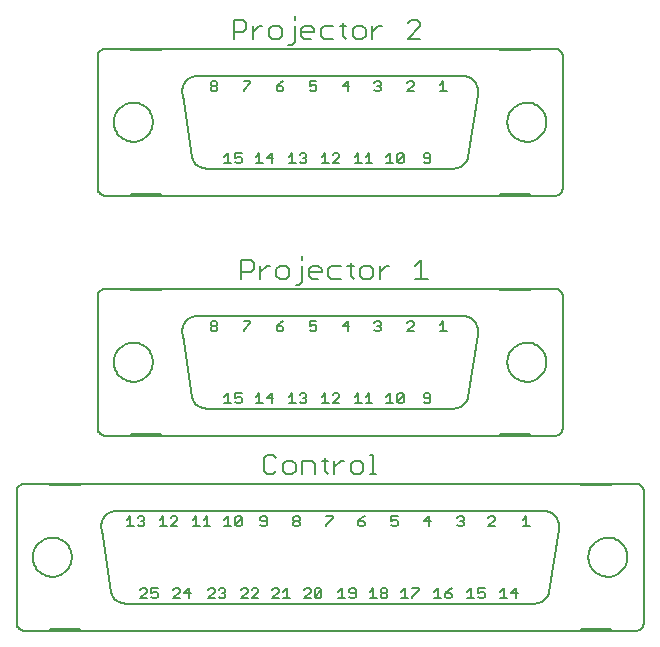
<source format=gto>
G75*
G70*
%OFA0B0*%
%FSLAX24Y24*%
%IPPOS*%
%LPD*%
%AMOC8*
5,1,8,0,0,1.08239X$1,22.5*
%
%ADD10C,0.0060*%
%ADD11C,0.0050*%
D10*
X002317Y005820D02*
X003167Y005820D01*
X004167Y005820D01*
X020867Y005820D01*
X021867Y005820D01*
X022717Y005820D01*
X022747Y005822D01*
X022777Y005827D01*
X022806Y005836D01*
X022833Y005849D01*
X022859Y005864D01*
X022883Y005883D01*
X022904Y005904D01*
X022923Y005928D01*
X022938Y005954D01*
X022951Y005981D01*
X022960Y006010D01*
X022965Y006040D01*
X022967Y006070D01*
X022967Y010470D01*
X022965Y010500D01*
X022960Y010530D01*
X022951Y010559D01*
X022938Y010586D01*
X022923Y010612D01*
X022904Y010636D01*
X022883Y010657D01*
X022859Y010676D01*
X022833Y010691D01*
X022806Y010704D01*
X022777Y010713D01*
X022747Y010718D01*
X022717Y010720D01*
X021867Y010720D01*
X020867Y010720D01*
X004167Y010720D01*
X003167Y010720D01*
X002317Y010720D01*
X002287Y010718D01*
X002257Y010713D01*
X002228Y010704D01*
X002201Y010691D01*
X002175Y010676D01*
X002151Y010657D01*
X002130Y010636D01*
X002111Y010612D01*
X002096Y010586D01*
X002083Y010559D01*
X002074Y010530D01*
X002069Y010500D01*
X002067Y010470D01*
X002067Y006070D01*
X002069Y006040D01*
X002074Y006010D01*
X002083Y005981D01*
X002096Y005954D01*
X002111Y005928D01*
X002130Y005904D01*
X002151Y005883D01*
X002175Y005864D01*
X002201Y005849D01*
X002228Y005836D01*
X002257Y005827D01*
X002287Y005822D01*
X002317Y005820D01*
X003167Y005820D02*
X003167Y005870D01*
X004167Y005870D01*
X004167Y005820D01*
X005207Y007110D02*
X004897Y009190D01*
X004897Y009186D02*
X004890Y009230D01*
X004887Y009275D01*
X004888Y009319D01*
X004892Y009364D01*
X004900Y009408D01*
X004912Y009451D01*
X004927Y009492D01*
X004946Y009533D01*
X004968Y009572D01*
X004993Y009608D01*
X005022Y009643D01*
X005053Y009675D01*
X005086Y009704D01*
X005122Y009731D01*
X005160Y009754D01*
X005200Y009774D01*
X005242Y009790D01*
X005285Y009803D01*
X005328Y009813D01*
X005372Y009818D01*
X005417Y009820D01*
X019617Y009820D01*
X019662Y009818D01*
X019707Y009812D01*
X019751Y009803D01*
X019794Y009790D01*
X019836Y009773D01*
X019876Y009753D01*
X019914Y009729D01*
X019950Y009702D01*
X019984Y009672D01*
X020015Y009640D01*
X020044Y009605D01*
X020069Y009567D01*
X020091Y009528D01*
X020109Y009487D01*
X020124Y009444D01*
X020135Y009401D01*
X020143Y009356D01*
X020147Y009311D01*
X020146Y009266D01*
X020143Y009221D01*
X020135Y009177D01*
X020137Y009180D02*
X019827Y007120D01*
X019832Y007126D02*
X019820Y007084D01*
X019805Y007042D01*
X019786Y007002D01*
X019763Y006964D01*
X019738Y006928D01*
X019710Y006894D01*
X019679Y006863D01*
X019645Y006834D01*
X019609Y006808D01*
X019571Y006785D01*
X019532Y006766D01*
X019491Y006749D01*
X019448Y006737D01*
X019405Y006727D01*
X019361Y006722D01*
X019317Y006720D01*
X005717Y006720D01*
X005673Y006722D01*
X005630Y006727D01*
X005588Y006736D01*
X005546Y006748D01*
X005505Y006764D01*
X005466Y006783D01*
X005428Y006806D01*
X005393Y006831D01*
X005359Y006859D01*
X005328Y006890D01*
X005300Y006923D01*
X005275Y006958D01*
X005252Y006995D01*
X005233Y007034D01*
X005217Y007075D01*
X005204Y007117D01*
X002607Y008270D02*
X002609Y008320D01*
X002615Y008370D01*
X002625Y008420D01*
X002638Y008468D01*
X002655Y008516D01*
X002676Y008562D01*
X002700Y008606D01*
X002728Y008648D01*
X002759Y008688D01*
X002793Y008725D01*
X002830Y008760D01*
X002869Y008791D01*
X002910Y008820D01*
X002954Y008845D01*
X003000Y008867D01*
X003047Y008885D01*
X003095Y008899D01*
X003144Y008910D01*
X003194Y008917D01*
X003244Y008920D01*
X003295Y008919D01*
X003345Y008914D01*
X003395Y008905D01*
X003443Y008893D01*
X003491Y008876D01*
X003537Y008856D01*
X003582Y008833D01*
X003625Y008806D01*
X003665Y008776D01*
X003703Y008743D01*
X003738Y008707D01*
X003771Y008668D01*
X003800Y008627D01*
X003826Y008584D01*
X003849Y008539D01*
X003868Y008492D01*
X003883Y008444D01*
X003895Y008395D01*
X003903Y008345D01*
X003907Y008295D01*
X003907Y008245D01*
X003903Y008195D01*
X003895Y008145D01*
X003883Y008096D01*
X003868Y008048D01*
X003849Y008001D01*
X003826Y007956D01*
X003800Y007913D01*
X003771Y007872D01*
X003738Y007833D01*
X003703Y007797D01*
X003665Y007764D01*
X003625Y007734D01*
X003582Y007707D01*
X003537Y007684D01*
X003491Y007664D01*
X003443Y007647D01*
X003395Y007635D01*
X003345Y007626D01*
X003295Y007621D01*
X003244Y007620D01*
X003194Y007623D01*
X003144Y007630D01*
X003095Y007641D01*
X003047Y007655D01*
X003000Y007673D01*
X002954Y007695D01*
X002910Y007720D01*
X002869Y007749D01*
X002830Y007780D01*
X002793Y007815D01*
X002759Y007852D01*
X002728Y007892D01*
X002700Y007934D01*
X002676Y007978D01*
X002655Y008024D01*
X002638Y008072D01*
X002625Y008120D01*
X002615Y008170D01*
X002609Y008220D01*
X002607Y008270D01*
X003167Y010670D02*
X004167Y010670D01*
X004167Y010720D01*
X003167Y010720D02*
X003167Y010670D01*
X004767Y012570D02*
X004767Y016970D01*
X004769Y017000D01*
X004774Y017030D01*
X004783Y017059D01*
X004796Y017086D01*
X004811Y017112D01*
X004830Y017136D01*
X004851Y017157D01*
X004875Y017176D01*
X004901Y017191D01*
X004928Y017204D01*
X004957Y017213D01*
X004987Y017218D01*
X005017Y017220D01*
X005867Y017220D01*
X006867Y017220D01*
X006867Y017170D01*
X005867Y017170D01*
X005867Y017220D01*
X006867Y017220D02*
X018167Y017220D01*
X019167Y017220D01*
X019167Y017170D01*
X018167Y017170D01*
X018167Y017220D01*
X019167Y017220D02*
X020017Y017220D01*
X020047Y017218D01*
X020077Y017213D01*
X020106Y017204D01*
X020133Y017191D01*
X020159Y017176D01*
X020183Y017157D01*
X020204Y017136D01*
X020223Y017112D01*
X020238Y017086D01*
X020251Y017059D01*
X020260Y017030D01*
X020265Y017000D01*
X020267Y016970D01*
X020267Y012570D01*
X020265Y012540D01*
X020260Y012510D01*
X020251Y012481D01*
X020238Y012454D01*
X020223Y012428D01*
X020204Y012404D01*
X020183Y012383D01*
X020159Y012364D01*
X020133Y012349D01*
X020106Y012336D01*
X020077Y012327D01*
X020047Y012322D01*
X020017Y012320D01*
X019167Y012320D01*
X019167Y012370D01*
X018167Y012370D01*
X018167Y012320D01*
X019167Y012320D01*
X018167Y012320D02*
X006867Y012320D01*
X006867Y012370D01*
X005867Y012370D01*
X005867Y012320D01*
X005017Y012320D01*
X004987Y012322D01*
X004957Y012327D01*
X004928Y012336D01*
X004901Y012349D01*
X004875Y012364D01*
X004851Y012383D01*
X004830Y012404D01*
X004811Y012428D01*
X004796Y012454D01*
X004783Y012481D01*
X004774Y012510D01*
X004769Y012540D01*
X004767Y012570D01*
X005867Y012320D02*
X006867Y012320D01*
X007907Y013610D02*
X007597Y015690D01*
X007597Y015686D02*
X007590Y015730D01*
X007587Y015775D01*
X007588Y015819D01*
X007592Y015864D01*
X007600Y015908D01*
X007612Y015951D01*
X007627Y015992D01*
X007646Y016033D01*
X007668Y016072D01*
X007693Y016108D01*
X007722Y016143D01*
X007753Y016175D01*
X007786Y016204D01*
X007822Y016231D01*
X007860Y016254D01*
X007900Y016274D01*
X007942Y016290D01*
X007985Y016303D01*
X008028Y016313D01*
X008072Y016318D01*
X008117Y016320D01*
X016917Y016320D01*
X016962Y016318D01*
X017007Y016312D01*
X017051Y016303D01*
X017094Y016290D01*
X017136Y016273D01*
X017176Y016253D01*
X017214Y016229D01*
X017250Y016202D01*
X017284Y016172D01*
X017315Y016140D01*
X017344Y016105D01*
X017369Y016067D01*
X017391Y016028D01*
X017409Y015987D01*
X017424Y015944D01*
X017435Y015901D01*
X017443Y015856D01*
X017447Y015811D01*
X017446Y015766D01*
X017443Y015721D01*
X017435Y015677D01*
X017437Y015680D02*
X017127Y013620D01*
X017132Y013626D02*
X017120Y013584D01*
X017105Y013542D01*
X017086Y013502D01*
X017063Y013464D01*
X017038Y013428D01*
X017010Y013394D01*
X016979Y013363D01*
X016945Y013334D01*
X016909Y013308D01*
X016871Y013285D01*
X016832Y013266D01*
X016791Y013249D01*
X016748Y013237D01*
X016705Y013227D01*
X016661Y013222D01*
X016617Y013220D01*
X008417Y013220D01*
X008373Y013222D01*
X008330Y013227D01*
X008288Y013236D01*
X008246Y013248D01*
X008205Y013264D01*
X008166Y013283D01*
X008128Y013306D01*
X008093Y013331D01*
X008059Y013359D01*
X008028Y013390D01*
X008000Y013423D01*
X007975Y013458D01*
X007952Y013495D01*
X007933Y013534D01*
X007917Y013575D01*
X007904Y013617D01*
X005307Y014770D02*
X005309Y014820D01*
X005315Y014870D01*
X005325Y014920D01*
X005338Y014968D01*
X005355Y015016D01*
X005376Y015062D01*
X005400Y015106D01*
X005428Y015148D01*
X005459Y015188D01*
X005493Y015225D01*
X005530Y015260D01*
X005569Y015291D01*
X005610Y015320D01*
X005654Y015345D01*
X005700Y015367D01*
X005747Y015385D01*
X005795Y015399D01*
X005844Y015410D01*
X005894Y015417D01*
X005944Y015420D01*
X005995Y015419D01*
X006045Y015414D01*
X006095Y015405D01*
X006143Y015393D01*
X006191Y015376D01*
X006237Y015356D01*
X006282Y015333D01*
X006325Y015306D01*
X006365Y015276D01*
X006403Y015243D01*
X006438Y015207D01*
X006471Y015168D01*
X006500Y015127D01*
X006526Y015084D01*
X006549Y015039D01*
X006568Y014992D01*
X006583Y014944D01*
X006595Y014895D01*
X006603Y014845D01*
X006607Y014795D01*
X006607Y014745D01*
X006603Y014695D01*
X006595Y014645D01*
X006583Y014596D01*
X006568Y014548D01*
X006549Y014501D01*
X006526Y014456D01*
X006500Y014413D01*
X006471Y014372D01*
X006438Y014333D01*
X006403Y014297D01*
X006365Y014264D01*
X006325Y014234D01*
X006282Y014207D01*
X006237Y014184D01*
X006191Y014164D01*
X006143Y014147D01*
X006095Y014135D01*
X006045Y014126D01*
X005995Y014121D01*
X005944Y014120D01*
X005894Y014123D01*
X005844Y014130D01*
X005795Y014141D01*
X005747Y014155D01*
X005700Y014173D01*
X005654Y014195D01*
X005610Y014220D01*
X005569Y014249D01*
X005530Y014280D01*
X005493Y014315D01*
X005459Y014352D01*
X005428Y014392D01*
X005400Y014434D01*
X005376Y014478D01*
X005355Y014524D01*
X005338Y014572D01*
X005325Y014620D01*
X005315Y014670D01*
X005309Y014720D01*
X005307Y014770D01*
X005017Y020320D02*
X005867Y020320D01*
X006867Y020320D01*
X018167Y020320D01*
X019167Y020320D01*
X020017Y020320D01*
X020047Y020322D01*
X020077Y020327D01*
X020106Y020336D01*
X020133Y020349D01*
X020159Y020364D01*
X020183Y020383D01*
X020204Y020404D01*
X020223Y020428D01*
X020238Y020454D01*
X020251Y020481D01*
X020260Y020510D01*
X020265Y020540D01*
X020267Y020570D01*
X020267Y024970D01*
X020265Y025000D01*
X020260Y025030D01*
X020251Y025059D01*
X020238Y025086D01*
X020223Y025112D01*
X020204Y025136D01*
X020183Y025157D01*
X020159Y025176D01*
X020133Y025191D01*
X020106Y025204D01*
X020077Y025213D01*
X020047Y025218D01*
X020017Y025220D01*
X019167Y025220D01*
X018167Y025220D01*
X006867Y025220D01*
X005867Y025220D01*
X005017Y025220D01*
X004987Y025218D01*
X004957Y025213D01*
X004928Y025204D01*
X004901Y025191D01*
X004875Y025176D01*
X004851Y025157D01*
X004830Y025136D01*
X004811Y025112D01*
X004796Y025086D01*
X004783Y025059D01*
X004774Y025030D01*
X004769Y025000D01*
X004767Y024970D01*
X004767Y020570D01*
X004769Y020540D01*
X004774Y020510D01*
X004783Y020481D01*
X004796Y020454D01*
X004811Y020428D01*
X004830Y020404D01*
X004851Y020383D01*
X004875Y020364D01*
X004901Y020349D01*
X004928Y020336D01*
X004957Y020327D01*
X004987Y020322D01*
X005017Y020320D01*
X005867Y020320D02*
X005867Y020370D01*
X006867Y020370D01*
X006867Y020320D01*
X007907Y021610D02*
X007597Y023690D01*
X007597Y023686D02*
X007590Y023730D01*
X007587Y023775D01*
X007588Y023819D01*
X007592Y023864D01*
X007600Y023908D01*
X007612Y023951D01*
X007627Y023992D01*
X007646Y024033D01*
X007668Y024072D01*
X007693Y024108D01*
X007722Y024143D01*
X007753Y024175D01*
X007786Y024204D01*
X007822Y024231D01*
X007860Y024254D01*
X007900Y024274D01*
X007942Y024290D01*
X007985Y024303D01*
X008028Y024313D01*
X008072Y024318D01*
X008117Y024320D01*
X016917Y024320D01*
X016962Y024318D01*
X017007Y024312D01*
X017051Y024303D01*
X017094Y024290D01*
X017136Y024273D01*
X017176Y024253D01*
X017214Y024229D01*
X017250Y024202D01*
X017284Y024172D01*
X017315Y024140D01*
X017344Y024105D01*
X017369Y024067D01*
X017391Y024028D01*
X017409Y023987D01*
X017424Y023944D01*
X017435Y023901D01*
X017443Y023856D01*
X017447Y023811D01*
X017446Y023766D01*
X017443Y023721D01*
X017435Y023677D01*
X017437Y023680D02*
X017127Y021620D01*
X017132Y021626D02*
X017120Y021584D01*
X017105Y021542D01*
X017086Y021502D01*
X017063Y021464D01*
X017038Y021428D01*
X017010Y021394D01*
X016979Y021363D01*
X016945Y021334D01*
X016909Y021308D01*
X016871Y021285D01*
X016832Y021266D01*
X016791Y021249D01*
X016748Y021237D01*
X016705Y021227D01*
X016661Y021222D01*
X016617Y021220D01*
X008417Y021220D01*
X008373Y021222D01*
X008330Y021227D01*
X008288Y021236D01*
X008246Y021248D01*
X008205Y021264D01*
X008166Y021283D01*
X008128Y021306D01*
X008093Y021331D01*
X008059Y021359D01*
X008028Y021390D01*
X008000Y021423D01*
X007975Y021458D01*
X007952Y021495D01*
X007933Y021534D01*
X007917Y021575D01*
X007904Y021617D01*
X005307Y022770D02*
X005309Y022820D01*
X005315Y022870D01*
X005325Y022920D01*
X005338Y022968D01*
X005355Y023016D01*
X005376Y023062D01*
X005400Y023106D01*
X005428Y023148D01*
X005459Y023188D01*
X005493Y023225D01*
X005530Y023260D01*
X005569Y023291D01*
X005610Y023320D01*
X005654Y023345D01*
X005700Y023367D01*
X005747Y023385D01*
X005795Y023399D01*
X005844Y023410D01*
X005894Y023417D01*
X005944Y023420D01*
X005995Y023419D01*
X006045Y023414D01*
X006095Y023405D01*
X006143Y023393D01*
X006191Y023376D01*
X006237Y023356D01*
X006282Y023333D01*
X006325Y023306D01*
X006365Y023276D01*
X006403Y023243D01*
X006438Y023207D01*
X006471Y023168D01*
X006500Y023127D01*
X006526Y023084D01*
X006549Y023039D01*
X006568Y022992D01*
X006583Y022944D01*
X006595Y022895D01*
X006603Y022845D01*
X006607Y022795D01*
X006607Y022745D01*
X006603Y022695D01*
X006595Y022645D01*
X006583Y022596D01*
X006568Y022548D01*
X006549Y022501D01*
X006526Y022456D01*
X006500Y022413D01*
X006471Y022372D01*
X006438Y022333D01*
X006403Y022297D01*
X006365Y022264D01*
X006325Y022234D01*
X006282Y022207D01*
X006237Y022184D01*
X006191Y022164D01*
X006143Y022147D01*
X006095Y022135D01*
X006045Y022126D01*
X005995Y022121D01*
X005944Y022120D01*
X005894Y022123D01*
X005844Y022130D01*
X005795Y022141D01*
X005747Y022155D01*
X005700Y022173D01*
X005654Y022195D01*
X005610Y022220D01*
X005569Y022249D01*
X005530Y022280D01*
X005493Y022315D01*
X005459Y022352D01*
X005428Y022392D01*
X005400Y022434D01*
X005376Y022478D01*
X005355Y022524D01*
X005338Y022572D01*
X005325Y022620D01*
X005315Y022670D01*
X005309Y022720D01*
X005307Y022770D01*
X005867Y025170D02*
X006867Y025170D01*
X006867Y025220D01*
X005867Y025220D02*
X005867Y025170D01*
X009297Y025550D02*
X009297Y026191D01*
X009617Y026191D01*
X009724Y026084D01*
X009724Y025870D01*
X009617Y025764D01*
X009297Y025764D01*
X009941Y025764D02*
X010155Y025977D01*
X010261Y025977D01*
X010478Y025870D02*
X010478Y025657D01*
X010585Y025550D01*
X010799Y025550D01*
X010905Y025657D01*
X010905Y025870D01*
X010799Y025977D01*
X010585Y025977D01*
X010478Y025870D01*
X009941Y025977D02*
X009941Y025550D01*
X011123Y025336D02*
X011230Y025336D01*
X011336Y025443D01*
X011336Y025977D01*
X011336Y026191D02*
X011336Y026297D01*
X011659Y025977D02*
X011873Y025977D01*
X011980Y025870D01*
X011980Y025764D01*
X011553Y025764D01*
X011553Y025870D02*
X011659Y025977D01*
X011553Y025870D02*
X011553Y025657D01*
X011659Y025550D01*
X011873Y025550D01*
X012197Y025657D02*
X012304Y025550D01*
X012624Y025550D01*
X012948Y025657D02*
X012948Y026084D01*
X012842Y025977D02*
X013055Y025977D01*
X013271Y025870D02*
X013271Y025657D01*
X013378Y025550D01*
X013592Y025550D01*
X013698Y025657D01*
X013698Y025870D01*
X013592Y025977D01*
X013378Y025977D01*
X013271Y025870D01*
X012948Y025657D02*
X013055Y025550D01*
X012624Y025977D02*
X012304Y025977D01*
X012197Y025870D01*
X012197Y025657D01*
X013916Y025764D02*
X014129Y025977D01*
X014236Y025977D01*
X013916Y025977D02*
X013916Y025550D01*
X015098Y025550D02*
X015525Y025977D01*
X015525Y026084D01*
X015418Y026191D01*
X015204Y026191D01*
X015098Y026084D01*
X015098Y025550D02*
X015525Y025550D01*
X018167Y025220D02*
X018167Y025170D01*
X019167Y025170D01*
X019167Y025220D01*
X018427Y022770D02*
X018429Y022820D01*
X018435Y022870D01*
X018445Y022920D01*
X018458Y022968D01*
X018475Y023016D01*
X018496Y023062D01*
X018520Y023106D01*
X018548Y023148D01*
X018579Y023188D01*
X018613Y023225D01*
X018650Y023260D01*
X018689Y023291D01*
X018730Y023320D01*
X018774Y023345D01*
X018820Y023367D01*
X018867Y023385D01*
X018915Y023399D01*
X018964Y023410D01*
X019014Y023417D01*
X019064Y023420D01*
X019115Y023419D01*
X019165Y023414D01*
X019215Y023405D01*
X019263Y023393D01*
X019311Y023376D01*
X019357Y023356D01*
X019402Y023333D01*
X019445Y023306D01*
X019485Y023276D01*
X019523Y023243D01*
X019558Y023207D01*
X019591Y023168D01*
X019620Y023127D01*
X019646Y023084D01*
X019669Y023039D01*
X019688Y022992D01*
X019703Y022944D01*
X019715Y022895D01*
X019723Y022845D01*
X019727Y022795D01*
X019727Y022745D01*
X019723Y022695D01*
X019715Y022645D01*
X019703Y022596D01*
X019688Y022548D01*
X019669Y022501D01*
X019646Y022456D01*
X019620Y022413D01*
X019591Y022372D01*
X019558Y022333D01*
X019523Y022297D01*
X019485Y022264D01*
X019445Y022234D01*
X019402Y022207D01*
X019357Y022184D01*
X019311Y022164D01*
X019263Y022147D01*
X019215Y022135D01*
X019165Y022126D01*
X019115Y022121D01*
X019064Y022120D01*
X019014Y022123D01*
X018964Y022130D01*
X018915Y022141D01*
X018867Y022155D01*
X018820Y022173D01*
X018774Y022195D01*
X018730Y022220D01*
X018689Y022249D01*
X018650Y022280D01*
X018613Y022315D01*
X018579Y022352D01*
X018548Y022392D01*
X018520Y022434D01*
X018496Y022478D01*
X018475Y022524D01*
X018458Y022572D01*
X018445Y022620D01*
X018435Y022670D01*
X018429Y022720D01*
X018427Y022770D01*
X018167Y020370D02*
X019167Y020370D01*
X019167Y020320D01*
X018167Y020320D02*
X018167Y020370D01*
X015775Y017550D02*
X015348Y017550D01*
X015561Y017550D02*
X015561Y018191D01*
X015348Y017977D01*
X014486Y017977D02*
X014379Y017977D01*
X014166Y017764D01*
X014166Y017977D02*
X014166Y017550D01*
X013948Y017657D02*
X013948Y017870D01*
X013842Y017977D01*
X013628Y017977D01*
X013521Y017870D01*
X013521Y017657D01*
X013628Y017550D01*
X013842Y017550D01*
X013948Y017657D01*
X013305Y017550D02*
X013198Y017657D01*
X013198Y018084D01*
X013092Y017977D02*
X013305Y017977D01*
X012874Y017977D02*
X012554Y017977D01*
X012447Y017870D01*
X012447Y017657D01*
X012554Y017550D01*
X012874Y017550D01*
X012230Y017764D02*
X011803Y017764D01*
X011803Y017870D02*
X011909Y017977D01*
X012123Y017977D01*
X012230Y017870D01*
X012230Y017764D01*
X012123Y017550D02*
X011909Y017550D01*
X011803Y017657D01*
X011803Y017870D01*
X011586Y017977D02*
X011586Y017443D01*
X011480Y017336D01*
X011373Y017336D01*
X011155Y017657D02*
X011155Y017870D01*
X011049Y017977D01*
X010835Y017977D01*
X010728Y017870D01*
X010728Y017657D01*
X010835Y017550D01*
X011049Y017550D01*
X011155Y017657D01*
X011586Y018191D02*
X011586Y018297D01*
X010511Y017977D02*
X010405Y017977D01*
X010191Y017764D01*
X010191Y017977D02*
X010191Y017550D01*
X009974Y017870D02*
X009867Y017764D01*
X009547Y017764D01*
X009547Y017550D02*
X009547Y018191D01*
X009867Y018191D01*
X009974Y018084D01*
X009974Y017870D01*
X010403Y011691D02*
X010297Y011584D01*
X010297Y011157D01*
X010403Y011050D01*
X010617Y011050D01*
X010724Y011157D01*
X010941Y011157D02*
X010941Y011370D01*
X011048Y011477D01*
X011261Y011477D01*
X011368Y011370D01*
X011368Y011157D01*
X011261Y011050D01*
X011048Y011050D01*
X010941Y011157D01*
X010724Y011584D02*
X010617Y011691D01*
X010403Y011691D01*
X011586Y011477D02*
X011586Y011050D01*
X011586Y011477D02*
X011906Y011477D01*
X012013Y011370D01*
X012013Y011050D01*
X012337Y011157D02*
X012337Y011584D01*
X012230Y011477D02*
X012444Y011477D01*
X012660Y011477D02*
X012660Y011050D01*
X012660Y011264D02*
X012874Y011477D01*
X012980Y011477D01*
X013197Y011370D02*
X013197Y011157D01*
X013304Y011050D01*
X013517Y011050D01*
X013624Y011157D01*
X013624Y011370D01*
X013517Y011477D01*
X013304Y011477D01*
X013197Y011370D01*
X013842Y011050D02*
X014055Y011050D01*
X013948Y011050D02*
X013948Y011691D01*
X013842Y011691D01*
X012444Y011050D02*
X012337Y011157D01*
X018427Y014770D02*
X018429Y014820D01*
X018435Y014870D01*
X018445Y014920D01*
X018458Y014968D01*
X018475Y015016D01*
X018496Y015062D01*
X018520Y015106D01*
X018548Y015148D01*
X018579Y015188D01*
X018613Y015225D01*
X018650Y015260D01*
X018689Y015291D01*
X018730Y015320D01*
X018774Y015345D01*
X018820Y015367D01*
X018867Y015385D01*
X018915Y015399D01*
X018964Y015410D01*
X019014Y015417D01*
X019064Y015420D01*
X019115Y015419D01*
X019165Y015414D01*
X019215Y015405D01*
X019263Y015393D01*
X019311Y015376D01*
X019357Y015356D01*
X019402Y015333D01*
X019445Y015306D01*
X019485Y015276D01*
X019523Y015243D01*
X019558Y015207D01*
X019591Y015168D01*
X019620Y015127D01*
X019646Y015084D01*
X019669Y015039D01*
X019688Y014992D01*
X019703Y014944D01*
X019715Y014895D01*
X019723Y014845D01*
X019727Y014795D01*
X019727Y014745D01*
X019723Y014695D01*
X019715Y014645D01*
X019703Y014596D01*
X019688Y014548D01*
X019669Y014501D01*
X019646Y014456D01*
X019620Y014413D01*
X019591Y014372D01*
X019558Y014333D01*
X019523Y014297D01*
X019485Y014264D01*
X019445Y014234D01*
X019402Y014207D01*
X019357Y014184D01*
X019311Y014164D01*
X019263Y014147D01*
X019215Y014135D01*
X019165Y014126D01*
X019115Y014121D01*
X019064Y014120D01*
X019014Y014123D01*
X018964Y014130D01*
X018915Y014141D01*
X018867Y014155D01*
X018820Y014173D01*
X018774Y014195D01*
X018730Y014220D01*
X018689Y014249D01*
X018650Y014280D01*
X018613Y014315D01*
X018579Y014352D01*
X018548Y014392D01*
X018520Y014434D01*
X018496Y014478D01*
X018475Y014524D01*
X018458Y014572D01*
X018445Y014620D01*
X018435Y014670D01*
X018429Y014720D01*
X018427Y014770D01*
X020867Y010720D02*
X020867Y010670D01*
X021867Y010670D01*
X021867Y010720D01*
X021127Y008270D02*
X021129Y008320D01*
X021135Y008370D01*
X021145Y008420D01*
X021158Y008468D01*
X021175Y008516D01*
X021196Y008562D01*
X021220Y008606D01*
X021248Y008648D01*
X021279Y008688D01*
X021313Y008725D01*
X021350Y008760D01*
X021389Y008791D01*
X021430Y008820D01*
X021474Y008845D01*
X021520Y008867D01*
X021567Y008885D01*
X021615Y008899D01*
X021664Y008910D01*
X021714Y008917D01*
X021764Y008920D01*
X021815Y008919D01*
X021865Y008914D01*
X021915Y008905D01*
X021963Y008893D01*
X022011Y008876D01*
X022057Y008856D01*
X022102Y008833D01*
X022145Y008806D01*
X022185Y008776D01*
X022223Y008743D01*
X022258Y008707D01*
X022291Y008668D01*
X022320Y008627D01*
X022346Y008584D01*
X022369Y008539D01*
X022388Y008492D01*
X022403Y008444D01*
X022415Y008395D01*
X022423Y008345D01*
X022427Y008295D01*
X022427Y008245D01*
X022423Y008195D01*
X022415Y008145D01*
X022403Y008096D01*
X022388Y008048D01*
X022369Y008001D01*
X022346Y007956D01*
X022320Y007913D01*
X022291Y007872D01*
X022258Y007833D01*
X022223Y007797D01*
X022185Y007764D01*
X022145Y007734D01*
X022102Y007707D01*
X022057Y007684D01*
X022011Y007664D01*
X021963Y007647D01*
X021915Y007635D01*
X021865Y007626D01*
X021815Y007621D01*
X021764Y007620D01*
X021714Y007623D01*
X021664Y007630D01*
X021615Y007641D01*
X021567Y007655D01*
X021520Y007673D01*
X021474Y007695D01*
X021430Y007720D01*
X021389Y007749D01*
X021350Y007780D01*
X021313Y007815D01*
X021279Y007852D01*
X021248Y007892D01*
X021220Y007934D01*
X021196Y007978D01*
X021175Y008024D01*
X021158Y008072D01*
X021145Y008120D01*
X021135Y008170D01*
X021129Y008220D01*
X021127Y008270D01*
X020867Y005870D02*
X021867Y005870D01*
X021867Y005820D01*
X020867Y005820D02*
X020867Y005870D01*
D11*
X018778Y007065D02*
X018551Y007065D01*
X018721Y007235D01*
X018721Y006895D01*
X018419Y006895D02*
X018192Y006895D01*
X018305Y006895D02*
X018305Y007235D01*
X018192Y007122D01*
X017678Y007065D02*
X017678Y006952D01*
X017621Y006895D01*
X017507Y006895D01*
X017451Y006952D01*
X017451Y007065D02*
X017564Y007122D01*
X017621Y007122D01*
X017678Y007065D01*
X017678Y007235D02*
X017451Y007235D01*
X017451Y007065D01*
X017319Y006895D02*
X017092Y006895D01*
X017205Y006895D02*
X017205Y007235D01*
X017092Y007122D01*
X016578Y007235D02*
X016464Y007179D01*
X016351Y007065D01*
X016521Y007065D01*
X016578Y007008D01*
X016578Y006952D01*
X016521Y006895D01*
X016407Y006895D01*
X016351Y006952D01*
X016351Y007065D01*
X016219Y006895D02*
X015992Y006895D01*
X016105Y006895D02*
X016105Y007235D01*
X015992Y007122D01*
X015478Y007179D02*
X015251Y006952D01*
X015251Y006895D01*
X015119Y006895D02*
X014892Y006895D01*
X015005Y006895D02*
X015005Y007235D01*
X014892Y007122D01*
X015251Y007235D02*
X015478Y007235D01*
X015478Y007179D01*
X014428Y007179D02*
X014428Y007122D01*
X014371Y007065D01*
X014257Y007065D01*
X014201Y007122D01*
X014201Y007179D01*
X014257Y007235D01*
X014371Y007235D01*
X014428Y007179D01*
X014371Y007065D02*
X014428Y007008D01*
X014428Y006952D01*
X014371Y006895D01*
X014257Y006895D01*
X014201Y006952D01*
X014201Y007008D01*
X014257Y007065D01*
X014069Y006895D02*
X013842Y006895D01*
X013955Y006895D02*
X013955Y007235D01*
X013842Y007122D01*
X013378Y007179D02*
X013378Y006952D01*
X013321Y006895D01*
X013207Y006895D01*
X013151Y006952D01*
X013207Y007065D02*
X013378Y007065D01*
X013378Y007179D02*
X013321Y007235D01*
X013207Y007235D01*
X013151Y007179D01*
X013151Y007122D01*
X013207Y007065D01*
X013019Y006895D02*
X012792Y006895D01*
X012905Y006895D02*
X012905Y007235D01*
X012792Y007122D01*
X012228Y007179D02*
X012001Y006952D01*
X012057Y006895D01*
X012171Y006895D01*
X012228Y006952D01*
X012228Y007179D01*
X012171Y007235D01*
X012057Y007235D01*
X012001Y007179D01*
X012001Y006952D01*
X011869Y006895D02*
X011642Y006895D01*
X011869Y007122D01*
X011869Y007179D01*
X011812Y007235D01*
X011698Y007235D01*
X011642Y007179D01*
X011178Y006895D02*
X010951Y006895D01*
X011064Y006895D02*
X011064Y007235D01*
X010951Y007122D01*
X010819Y007122D02*
X010819Y007179D01*
X010762Y007235D01*
X010648Y007235D01*
X010592Y007179D01*
X010819Y007122D02*
X010592Y006895D01*
X010819Y006895D01*
X010128Y006895D02*
X009901Y006895D01*
X010128Y007122D01*
X010128Y007179D01*
X010071Y007235D01*
X009957Y007235D01*
X009901Y007179D01*
X009769Y007179D02*
X009712Y007235D01*
X009598Y007235D01*
X009542Y007179D01*
X009769Y007179D02*
X009769Y007122D01*
X009542Y006895D01*
X009769Y006895D01*
X009028Y006952D02*
X008971Y006895D01*
X008857Y006895D01*
X008801Y006952D01*
X008669Y006895D02*
X008442Y006895D01*
X008669Y007122D01*
X008669Y007179D01*
X008612Y007235D01*
X008498Y007235D01*
X008442Y007179D01*
X008801Y007179D02*
X008857Y007235D01*
X008971Y007235D01*
X009028Y007179D01*
X009028Y007122D01*
X008971Y007065D01*
X009028Y007008D01*
X009028Y006952D01*
X008971Y007065D02*
X008914Y007065D01*
X007878Y007065D02*
X007651Y007065D01*
X007821Y007235D01*
X007821Y006895D01*
X007519Y006895D02*
X007292Y006895D01*
X007519Y007122D01*
X007519Y007179D01*
X007462Y007235D01*
X007348Y007235D01*
X007292Y007179D01*
X006778Y007235D02*
X006551Y007235D01*
X006551Y007065D01*
X006664Y007122D01*
X006721Y007122D01*
X006778Y007065D01*
X006778Y006952D01*
X006721Y006895D01*
X006607Y006895D01*
X006551Y006952D01*
X006419Y006895D02*
X006192Y006895D01*
X006419Y007122D01*
X006419Y007179D01*
X006362Y007235D01*
X006248Y007235D01*
X006192Y007179D01*
X006157Y009295D02*
X006101Y009352D01*
X006157Y009295D02*
X006271Y009295D01*
X006328Y009352D01*
X006328Y009408D01*
X006271Y009465D01*
X006214Y009465D01*
X006271Y009465D02*
X006328Y009522D01*
X006328Y009579D01*
X006271Y009635D01*
X006157Y009635D01*
X006101Y009579D01*
X005855Y009635D02*
X005855Y009295D01*
X005742Y009295D02*
X005969Y009295D01*
X005742Y009522D02*
X005855Y009635D01*
X006842Y009522D02*
X006955Y009635D01*
X006955Y009295D01*
X006842Y009295D02*
X007069Y009295D01*
X007201Y009295D02*
X007428Y009522D01*
X007428Y009579D01*
X007371Y009635D01*
X007257Y009635D01*
X007201Y009579D01*
X007201Y009295D02*
X007428Y009295D01*
X007942Y009295D02*
X008169Y009295D01*
X008055Y009295D02*
X008055Y009635D01*
X007942Y009522D01*
X008301Y009522D02*
X008414Y009635D01*
X008414Y009295D01*
X008301Y009295D02*
X008528Y009295D01*
X008992Y009295D02*
X009219Y009295D01*
X009105Y009295D02*
X009105Y009635D01*
X008992Y009522D01*
X009351Y009579D02*
X009351Y009352D01*
X009578Y009579D01*
X009578Y009352D01*
X009521Y009295D01*
X009407Y009295D01*
X009351Y009352D01*
X009351Y009579D02*
X009407Y009635D01*
X009521Y009635D01*
X009578Y009579D01*
X010192Y009579D02*
X010192Y009522D01*
X010248Y009465D01*
X010419Y009465D01*
X010419Y009352D02*
X010419Y009579D01*
X010362Y009635D01*
X010248Y009635D01*
X010192Y009579D01*
X010192Y009352D02*
X010248Y009295D01*
X010362Y009295D01*
X010419Y009352D01*
X011292Y009352D02*
X011292Y009408D01*
X011348Y009465D01*
X011462Y009465D01*
X011519Y009408D01*
X011519Y009352D01*
X011462Y009295D01*
X011348Y009295D01*
X011292Y009352D01*
X011348Y009465D02*
X011292Y009522D01*
X011292Y009579D01*
X011348Y009635D01*
X011462Y009635D01*
X011519Y009579D01*
X011519Y009522D01*
X011462Y009465D01*
X012392Y009352D02*
X012392Y009295D01*
X012392Y009352D02*
X012619Y009579D01*
X012619Y009635D01*
X012392Y009635D01*
X013442Y009465D02*
X013612Y009465D01*
X013669Y009408D01*
X013669Y009352D01*
X013612Y009295D01*
X013498Y009295D01*
X013442Y009352D01*
X013442Y009465D01*
X013555Y009579D01*
X013669Y009635D01*
X014542Y009635D02*
X014542Y009465D01*
X014655Y009522D01*
X014712Y009522D01*
X014769Y009465D01*
X014769Y009352D01*
X014712Y009295D01*
X014598Y009295D01*
X014542Y009352D01*
X014542Y009635D02*
X014769Y009635D01*
X015642Y009465D02*
X015869Y009465D01*
X015812Y009295D02*
X015812Y009635D01*
X015642Y009465D01*
X016742Y009352D02*
X016798Y009295D01*
X016912Y009295D01*
X016969Y009352D01*
X016969Y009408D01*
X016912Y009465D01*
X016855Y009465D01*
X016912Y009465D02*
X016969Y009522D01*
X016969Y009579D01*
X016912Y009635D01*
X016798Y009635D01*
X016742Y009579D01*
X017792Y009579D02*
X017848Y009635D01*
X017962Y009635D01*
X018019Y009579D01*
X018019Y009522D01*
X017792Y009295D01*
X018019Y009295D01*
X018942Y009295D02*
X019169Y009295D01*
X019055Y009295D02*
X019055Y009635D01*
X018942Y009522D01*
X015802Y013395D02*
X015859Y013452D01*
X015859Y013679D01*
X015802Y013735D01*
X015688Y013735D01*
X015632Y013679D01*
X015632Y013622D01*
X015688Y013565D01*
X015859Y013565D01*
X015802Y013395D02*
X015688Y013395D01*
X015632Y013452D01*
X014978Y013452D02*
X014921Y013395D01*
X014807Y013395D01*
X014751Y013452D01*
X014978Y013679D01*
X014978Y013452D01*
X014978Y013679D02*
X014921Y013735D01*
X014807Y013735D01*
X014751Y013679D01*
X014751Y013452D01*
X014619Y013395D02*
X014392Y013395D01*
X014505Y013395D02*
X014505Y013735D01*
X014392Y013622D01*
X013928Y013395D02*
X013701Y013395D01*
X013814Y013395D02*
X013814Y013735D01*
X013701Y013622D01*
X013569Y013395D02*
X013342Y013395D01*
X013455Y013395D02*
X013455Y013735D01*
X013342Y013622D01*
X012828Y013622D02*
X012828Y013679D01*
X012771Y013735D01*
X012657Y013735D01*
X012601Y013679D01*
X012828Y013622D02*
X012601Y013395D01*
X012828Y013395D01*
X012469Y013395D02*
X012242Y013395D01*
X012355Y013395D02*
X012355Y013735D01*
X012242Y013622D01*
X011728Y013622D02*
X011671Y013565D01*
X011728Y013508D01*
X011728Y013452D01*
X011671Y013395D01*
X011557Y013395D01*
X011501Y013452D01*
X011369Y013395D02*
X011142Y013395D01*
X011255Y013395D02*
X011255Y013735D01*
X011142Y013622D01*
X011501Y013679D02*
X011557Y013735D01*
X011671Y013735D01*
X011728Y013679D01*
X011728Y013622D01*
X011671Y013565D02*
X011614Y013565D01*
X010628Y013565D02*
X010401Y013565D01*
X010571Y013735D01*
X010571Y013395D01*
X010269Y013395D02*
X010042Y013395D01*
X010155Y013395D02*
X010155Y013735D01*
X010042Y013622D01*
X009578Y013565D02*
X009578Y013452D01*
X009521Y013395D01*
X009407Y013395D01*
X009351Y013452D01*
X009351Y013565D02*
X009464Y013622D01*
X009521Y013622D01*
X009578Y013565D01*
X009578Y013735D02*
X009351Y013735D01*
X009351Y013565D01*
X009219Y013395D02*
X008992Y013395D01*
X009105Y013395D02*
X009105Y013735D01*
X008992Y013622D01*
X008702Y015795D02*
X008588Y015795D01*
X008532Y015852D01*
X008532Y015908D01*
X008588Y015965D01*
X008702Y015965D01*
X008759Y015908D01*
X008759Y015852D01*
X008702Y015795D01*
X008702Y015965D02*
X008759Y016022D01*
X008759Y016079D01*
X008702Y016135D01*
X008588Y016135D01*
X008532Y016079D01*
X008532Y016022D01*
X008588Y015965D01*
X009632Y015852D02*
X009632Y015795D01*
X009632Y015852D02*
X009859Y016079D01*
X009859Y016135D01*
X009632Y016135D01*
X010732Y015965D02*
X010732Y015852D01*
X010788Y015795D01*
X010902Y015795D01*
X010959Y015852D01*
X010959Y015908D01*
X010902Y015965D01*
X010732Y015965D01*
X010845Y016079D01*
X010959Y016135D01*
X011832Y016135D02*
X011832Y015965D01*
X011945Y016022D01*
X012002Y016022D01*
X012059Y015965D01*
X012059Y015852D01*
X012002Y015795D01*
X011888Y015795D01*
X011832Y015852D01*
X011832Y016135D02*
X012059Y016135D01*
X012932Y015965D02*
X013159Y015965D01*
X013102Y015795D02*
X013102Y016135D01*
X012932Y015965D01*
X013982Y015852D02*
X014038Y015795D01*
X014152Y015795D01*
X014209Y015852D01*
X014209Y015908D01*
X014152Y015965D01*
X014095Y015965D01*
X014152Y015965D02*
X014209Y016022D01*
X014209Y016079D01*
X014152Y016135D01*
X014038Y016135D01*
X013982Y016079D01*
X015082Y016079D02*
X015138Y016135D01*
X015252Y016135D01*
X015309Y016079D01*
X015309Y016022D01*
X015082Y015795D01*
X015309Y015795D01*
X016182Y015795D02*
X016409Y015795D01*
X016295Y015795D02*
X016295Y016135D01*
X016182Y016022D01*
X015802Y021395D02*
X015688Y021395D01*
X015632Y021452D01*
X015688Y021565D02*
X015859Y021565D01*
X015859Y021452D02*
X015859Y021679D01*
X015802Y021735D01*
X015688Y021735D01*
X015632Y021679D01*
X015632Y021622D01*
X015688Y021565D01*
X015802Y021395D02*
X015859Y021452D01*
X014978Y021452D02*
X014921Y021395D01*
X014807Y021395D01*
X014751Y021452D01*
X014978Y021679D01*
X014978Y021452D01*
X014978Y021679D02*
X014921Y021735D01*
X014807Y021735D01*
X014751Y021679D01*
X014751Y021452D01*
X014619Y021395D02*
X014392Y021395D01*
X014505Y021395D02*
X014505Y021735D01*
X014392Y021622D01*
X013928Y021395D02*
X013701Y021395D01*
X013814Y021395D02*
X013814Y021735D01*
X013701Y021622D01*
X013569Y021395D02*
X013342Y021395D01*
X013455Y021395D02*
X013455Y021735D01*
X013342Y021622D01*
X012828Y021622D02*
X012828Y021679D01*
X012771Y021735D01*
X012657Y021735D01*
X012601Y021679D01*
X012828Y021622D02*
X012601Y021395D01*
X012828Y021395D01*
X012469Y021395D02*
X012242Y021395D01*
X012355Y021395D02*
X012355Y021735D01*
X012242Y021622D01*
X011728Y021622D02*
X011671Y021565D01*
X011728Y021508D01*
X011728Y021452D01*
X011671Y021395D01*
X011557Y021395D01*
X011501Y021452D01*
X011369Y021395D02*
X011142Y021395D01*
X011255Y021395D02*
X011255Y021735D01*
X011142Y021622D01*
X011501Y021679D02*
X011557Y021735D01*
X011671Y021735D01*
X011728Y021679D01*
X011728Y021622D01*
X011671Y021565D02*
X011614Y021565D01*
X010628Y021565D02*
X010401Y021565D01*
X010571Y021735D01*
X010571Y021395D01*
X010269Y021395D02*
X010042Y021395D01*
X010155Y021395D02*
X010155Y021735D01*
X010042Y021622D01*
X009578Y021565D02*
X009578Y021452D01*
X009521Y021395D01*
X009407Y021395D01*
X009351Y021452D01*
X009351Y021565D02*
X009464Y021622D01*
X009521Y021622D01*
X009578Y021565D01*
X009578Y021735D02*
X009351Y021735D01*
X009351Y021565D01*
X009219Y021395D02*
X008992Y021395D01*
X009105Y021395D02*
X009105Y021735D01*
X008992Y021622D01*
X008702Y023795D02*
X008588Y023795D01*
X008532Y023852D01*
X008532Y023908D01*
X008588Y023965D01*
X008702Y023965D01*
X008759Y023908D01*
X008759Y023852D01*
X008702Y023795D01*
X008702Y023965D02*
X008759Y024022D01*
X008759Y024079D01*
X008702Y024135D01*
X008588Y024135D01*
X008532Y024079D01*
X008532Y024022D01*
X008588Y023965D01*
X009632Y023852D02*
X009632Y023795D01*
X009632Y023852D02*
X009859Y024079D01*
X009859Y024135D01*
X009632Y024135D01*
X010732Y023965D02*
X010902Y023965D01*
X010959Y023908D01*
X010959Y023852D01*
X010902Y023795D01*
X010788Y023795D01*
X010732Y023852D01*
X010732Y023965D01*
X010845Y024079D01*
X010959Y024135D01*
X011832Y024135D02*
X011832Y023965D01*
X011945Y024022D01*
X012002Y024022D01*
X012059Y023965D01*
X012059Y023852D01*
X012002Y023795D01*
X011888Y023795D01*
X011832Y023852D01*
X011832Y024135D02*
X012059Y024135D01*
X012932Y023965D02*
X013159Y023965D01*
X013102Y023795D02*
X013102Y024135D01*
X012932Y023965D01*
X013982Y023852D02*
X014038Y023795D01*
X014152Y023795D01*
X014209Y023852D01*
X014209Y023908D01*
X014152Y023965D01*
X014095Y023965D01*
X014152Y023965D02*
X014209Y024022D01*
X014209Y024079D01*
X014152Y024135D01*
X014038Y024135D01*
X013982Y024079D01*
X015082Y024079D02*
X015138Y024135D01*
X015252Y024135D01*
X015309Y024079D01*
X015309Y024022D01*
X015082Y023795D01*
X015309Y023795D01*
X016182Y023795D02*
X016409Y023795D01*
X016295Y023795D02*
X016295Y024135D01*
X016182Y024022D01*
M02*

</source>
